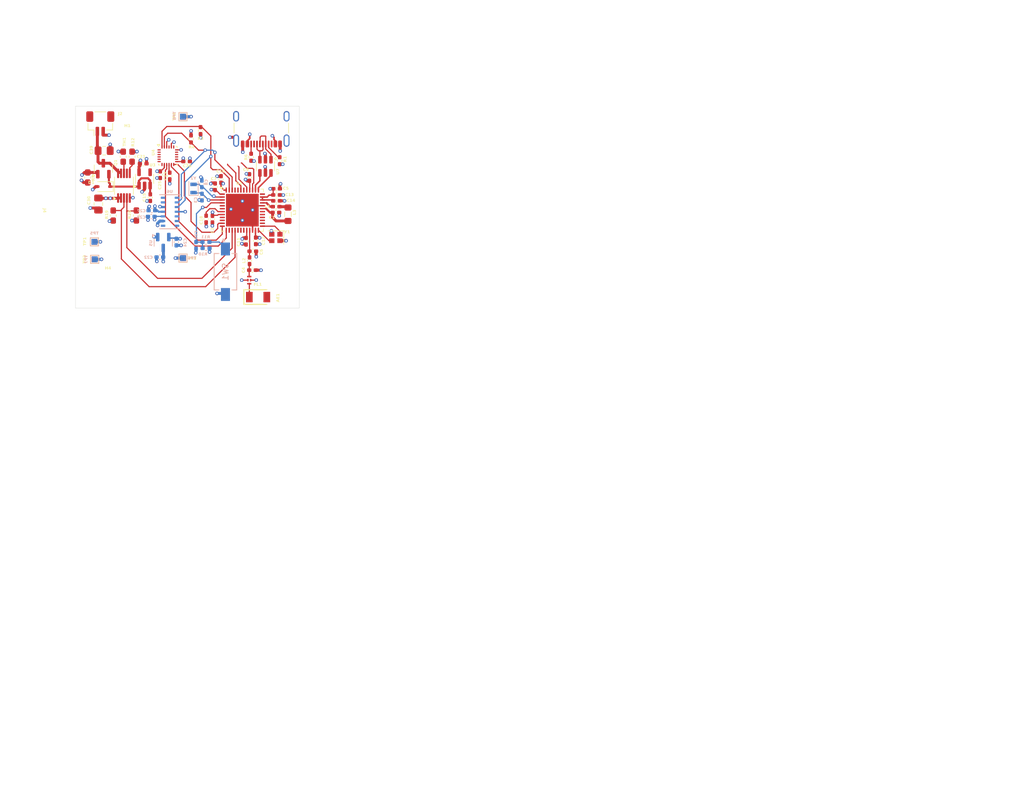
<source format=kicad_pcb>
(kicad_pcb (version 20241229) (generator "pcbnew") (generator_version "9.0")
  (layers (0 "F.Cu" signal) (4 "In1.Cu" signal) (6 "In2.Cu" signal) (8 "In3.Cu" signal) (10 "In4.Cu" signal) (2 "B.Cu" signal) (13 "F.Paste" user) (15 "B.Paste" user) (5 "F.SilkS" user "F.Silkscreen") (7 "B.SilkS" user "B.Silkscreen") (1 "F.Mask" user) (3 "B.Mask" user) (25 "Edge.Cuts" user))
  (net 0 "")
  (net 1 "Net-(AE1-A)")
  (net 2 "GND")
  (net 3 "Net-(U1-PH3)")
  (net 4 "+3.3V")
  (net 5 "Net-(FL1-IN)")
  (net 6 "Vsup")
  (net 7 "SWD_NRST")
  (net 8 "+1.8V")
  (net 9 "Net-(U4-REGOUT)")
  (net 10 "Net-(L1-Pad1)")
  (net 12 "SDA")
  (net 13 "SCL")
  (net 14 "SPI_1_MOSI")
  (net 15 "Net-(R11-Pad1)")
  (net 16 "SPI_1_NSS")
  (net 17 "JTCK-SWCLK")
  (net 18 "ADC_IN_7")
  (net 19 "ADC_IN_8")
  (net 20 "ADC_IN_6")
  (net 21 "PA10")
  (net 22 "PB2")
  (net 23 "PA15")
  (net 24 "JTMS-SWDIO")
  (net 25 "PB9")
  (net 26 "PB8")
  (net 27 "PA12")
  (net 28 "PA11")
  (net 29 "SPI1_MISO")
  (net 30 "Temper")
  (net 31 "PA9")
  (net 32 "PB0")
  (net 33 "PA8")
  (net 34 "PB1")
  (net 49 "Net-(U1-PC14)")
  (net 51 "Net-(U1-VLXSMPS)")
  (net 55 "Net-(U1-RF1)")
  (net 56 "Net-(U1-PC15)")
  (net 57 "Net-(U1-VFBSMPS)")
  (net 58 "Net-(U1-OSC_OUT)")
  (net 59 "Net-(U1-OSC_IN)")
  (net 67 "VBUS")
  (net 68 "Net-(J4-D+-PadA6)")
  (net 70 "Net-(J4-D--PadA7)")
  (net 71 "Net-(J4-CC2)")
  (net 72 "Net-(J4-CC1)")
  (net 74 "Net-(J2-Pin_1)")
  (net 75 "Net-(U9-THERM)")
  (net 76 "STAT3")
  (net 77 "Net-(U9-PROG)")
  (net 79 "SWD_TRACE")
  (footprint "Package_TO_SOT_SMD:SOT-23" (layer "F.Cu") (at 154.6175 97.58 90)
    (property "Reference" "Q1")
    (property "Value" "IRLML5203")
  )
  (footprint "Capacitor_SMD:C_0402_1005Metric_Pad0.74x0.62mm_HandSolder" (layer "F.Cu") (at 179.665 113.3625 90)
    (property "Reference" "L2")
    (property "Value" "2.7nH")
  )
  (footprint "TestPoint:TestPoint_Pad_1.0x1.0mm" (layer "F.Cu") (at 168.29 112.91)
    (property "Reference" "TP3")
    (property "Value" "TestPoint")
  )
  (footprint "Capacitor_SMD:C_0402_1005Metric_Pad0.74x0.62mm_HandSolder" (layer "F.Cu") (at 180.725 109.9575 -90)
    (property "Reference" "C12")
    (property "Value" "0.1uF")
  )
  (footprint "Capacitor_SMD:C_0402_1005Metric_Pad0.74x0.62mm_HandSolder" (layer "F.Cu") (at 184.225 104.09 180)
    (property "Reference" "L1")
    (property "Value" "10nH")
  )
  (footprint "Capacitor_SMD:C_0402_1005Metric_Pad0.74x0.62mm_HandSolder" (layer "F.Cu") (at 168.88 96.34)
    (property "Reference" "C26")
    (property "Value" "1uF" (hide yes))
  )
  (footprint "Diode_SMD:D_SOD-323" (layer "F.Cu") (at 154.70125 100.65375 180)
    (property "Reference" "D1")
    (property "Value" "D")
  )
  (footprint "Capacitor_SMD:C_0402_1005Metric_Pad0.74x0.62mm_HandSolder" (layer "F.Cu") (at 172.23 106.2125 -90)
    (property "Reference" "C18")
    (property "Value" "0.1uF")
  )
  (footprint "Resistor_SMD:R_0402_1005Metric_Pad0.72x0.64mm_HandSolder" (layer "F.Cu") (at 169.64 92.48 -90)
    (property "Reference" "R4")
    (property "Value" "4.7k" (hide yes))
  )
  (footprint "Capacitor_SMD:C_0402_1005Metric_Pad0.74x0.62mm_HandSolder" (layer "F.Cu") (at 173.77 100.6825 90)
    (property "Reference" "C7")
    (property "Value" "0.1uF" (hide yes))
  )
  (footprint "Resistor_SMD:R_0402_1005Metric_Pad0.72x0.64mm_HandSolder" (layer "F.Cu") (at 171.27 91.05 90)
    (property "Reference" "R3")
    (property "Value" "4.7k")
  )
  (footprint "Capacitor_SMD:C_0603_1608Metric_Pad1.08x0.95mm_HandSolder" (layer "F.Cu") (at 151.94 99.0925 -90)
    (property "Reference" "R9")
    (property "Value" "R")
  )
  (footprint "TestPoint:TestPoint_Pad_1.0x1.0mm" (layer "F.Cu") (at 168.27 88.68)
    (property "Reference" "TP4")
    (property "Value" "TestPoint")
  )
  (footprint "Capacitor_SMD:C_0402_1005Metric_Pad0.74x0.62mm_HandSolder" (layer "F.Cu") (at 173.31 106.2325 -90)
    (property "Reference" "C2")
    (property "Value" "0.1uF")
  )
  (footprint "TestPoint:TestPoint_Pad_1.0x1.0mm" (layer "F.Cu") (at 153.08 110.12)
    (property "Reference" "TP1")
    (property "Value" "TestPoint")
  )
  (footprint "Capacitor_SMD:C_0402_1005Metric_Pad0.74x0.62mm_HandSolder" (layer "F.Cu") (at 184.3025 101.02)
    (property "Reference" "C5")
    (property "Value" "0.1uF")
  )
  (footprint "ALL_FOOTRPINTS:ANTC3216X140N" (layer "F.Cu") (at 181.125 119.59)
    (property "Reference" "AE1")
    (property "Value" "Antenna" (hide yes))
  )
  (footprint "Capacitor_SMD:C_0603_1608Metric_Pad1.08x0.95mm_HandSolder" (layer "F.Cu") (at 156.305 105.615 90)
    (property "Reference" "R19")
    (property "Value" "4,7k")
  )
  (footprint "Capacitor_SMD:C_0402_1005Metric_Pad0.74x0.62mm_HandSolder" (layer "F.Cu") (at 161.4475 96.7175)
    (property "Reference" "C21")
    (property "Value" "1uF")
  )
  (footprint "Capacitor_SMD:C_0402_1005Metric_Pad0.74x0.62mm_HandSolder" (layer "F.Cu") (at 184.295 103.09)
    (property "Reference" "C14")
    (property "Value" "0.1uF")
  )
  (footprint "Connector_JST:JST_SH_BM02B-SRSS-TB_1x02-1MP_P1.00mm_Vertical" (layer "F.Cu") (at 154.09 89.845)
    (property "Reference" "J2")
    (property "Value" "Conn_01x02_Pin")
  )
  (footprint "Package_DFN_QFN:QFN-48-1EP_7x7mm_P0.5mm_EP5.6x5.6mm" (layer "F.Cu") (at 178.435 104.69)
    (property "Reference" "U1")
    (property "Value" "STM32WB55CCU6")
  )
  (footprint "Capacitor_SMD:C_0402_1005Metric_Pad0.74x0.62mm_HandSolder" (layer "F.Cu") (at 165.99 98.83125 -90)
    (property "Reference" "C23")
    (property "Value" "0.1uF")
  )
  (footprint "Capacitor_SMD:C_0402_1005Metric_Pad0.74x0.62mm_HandSolder" (layer "F.Cu") (at 174.78 99.42 90)
    (property "Reference" "C10")
    (property "Value" "0.1uF")
  )
  (footprint "Capacitor_SMD:C_0402_1005Metric_Pad0.74x0.62mm_HandSolder" (layer "F.Cu") (at 179.065 110.02 -90)
    (property "Reference" "C11")
    (property "Value" "0.1uF" (hide yes))
  )
  (footprint "Sensor_Motion:InvenSense_QFN-24_3x3mm_P0.4mm" (layer "F.Cu") (at 165.67 95.36)
    (property "Reference" "U4")
    (property "Value" "ICM-20948")
  )
  (footprint "ALL_FOOTRPINTS:DLF-4_1P6X0P8" (layer "F.Cu") (at 179.615 116.6896 -90)
    (property "Reference" "FL1")
    (property "Value" "DLF162500LT-5028A1")
  )
  (footprint "Capacitor_SMD:C_0805_2012Metric_Pad1.18x1.45mm_HandSolder" (layer "F.Cu") (at 153.77 103.6425 -90)
    (property "Reference" "C30")
    (property "Value" "4.7uF")
  )
  (footprint "MountingHole:MountingHole_2.2mm_M2" (layer "F.Cu") (at 155.44 117.8)
    (property "Reference" "H4")
    (property "Value" "MountingHole")
  )
  (footprint "Capacitor_SMD:C_0603_1608Metric_Pad1.08x0.95mm_HandSolder" (layer "F.Cu") (at 159.54 95.5225 90)
    (property "Reference" "R12")
    (property "Value" "R")
  )
  (footprint "Crystal:Crystal_SMD_2016-4Pin_2.0x1.6mm" (layer "F.Cu") (at 184.18 109.38 180)
    (property "Reference" "Y1")
    (property "Value" "32Mhz")
  )
  (footprint "Capacitor_SMD:C_0402_1005Metric_Pad0.74x0.62mm_HandSolder" (layer "F.Cu") (at 184.185 105.09 180)
    (property "Reference" "C1")
    (property "Value" "4.7uF")
  )
  (footprint "Capacitor_SMD:C_0603_1608Metric_Pad1.08x0.95mm_HandSolder" (layer "F.Cu") (at 160.275 105.605 90)
    (property "Reference" "R20")
    (property "Value" "4,7k")
  )
  (footprint "Capacitor_SMD:C_0402_1005Metric_Pad0.74x0.62mm_HandSolder" (layer "F.Cu") (at 179.639998 99.0925 90)
    (property "Reference" "C9")
    (property "Value" "0.1uF")
  )
  (footprint "Capacitor_SMD:C_0603_1608Metric_Pad1.08x0.95mm_HandSolder" (layer "F.Cu") (at 158.02 95.525 90)
    (property "Reference" "TH1")
    (property "Value" "Thermistor")
  )
  (footprint "Package_SO:MSOP-10_3x3mm_P0.5mm" (layer "F.Cu") (at 158.145 100.495 90)
    (property "Reference" "U9" (hide yes))
    (property "Value" "MCP73833-xxx-UN")
  )
  (footprint "Package_TO_SOT_SMD:SOT-23-6" (layer "F.Cu") (at 182.39 97.1675 -90)
    (property "Reference" "U7")
    (property "Value" "USBLC6-2SC6")
  )
  (footprint "Capacitor_SMD:C_0402_1005Metric_Pad0.74x0.62mm_HandSolder" (layer "F.Cu") (at 164.37 98.6075 90)
    (property "Reference" "C25")
    (property "Value" "1uF")
  )
  (footprint "Inductor_SMD:L_0805_2012Metric_Pad1.05x1.20mm_HandSolder" (layer "F.Cu") (at 186.255 105.39 90)
    (property "Reference" "L3")
    (property "Value" "10uH")
  )
  (footprint "Package_TO_SOT_SMD:SOT-23-5" (layer "F.Cu") (at 161.685 99.3275 90)
    (property "Reference" "U3")
    (property "Value" "MCP1802T-3302I/OT" (hide yes))
  )
  (footprint "Capacitor_SMD:C_0805_2012Metric_Pad1.18x1.45mm_HandSolder" (layer "F.Cu") (at 154.75 94.5)
    (property "Reference" "C39")
    (property "Value" "4.7uF")
  )
  (footprint "MountingHole:MountingHole_2.2mm_M2" (layer "F.Cu") (at 162.44 90.17)
    (property "Reference" "H1")
    (property "Value" "MountingHole")
  )
  (footprint "Resistor_SMD:R_0402_1005Metric_Pad0.72x0.64mm_HandSolder" (layer "F.Cu") (at 179.939999 95.616251 -90)
    (property "Reference" "R6")
    (property "Value" "5.1k")
  )
  (footprint "Capacitor_SMD:C_0402_1005Metric_Pad0.74x0.62mm_HandSolder" (layer "F.Cu") (at 180.225 111.74 180)
    (property "Reference" "C6")
    (property "Value" "0.3pF" (hide yes))
  )
  (footprint "Resistor_SMD:R_0402_1005Metric_Pad0.72x0.64mm_HandSolder" (layer "F.Cu") (at 184.827501 96.210001 -90)
    (property "Reference" "R1")
    (property "Value" "5.1K")
  )
  (footprint "Capacitor_SMD:C_0402_1005Metric_Pad0.74x0.62mm_HandSolder" (layer "F.Cu") (at 162.66 102.540625 -90)
    (property "Reference" "C15")
    (property "Value" "1uF")
  )
  (footprint "Capacitor_SMD:C_0402_1005Metric_Pad0.74x0.62mm_HandSolder" (layer "F.Cu") (at 180.175 114.98 180)
    (property "Reference" "C4")
    (property "Value" "0.8pF")
  )
  (footprint "TestPoint:TestPoint_Pad_1.0x1.0mm" (layer "F.Cu") (at 153.12 113.12)
    (property "Reference" "TP2")
    (property "Value" "TestPoint")
  )
  (footprint "Capacitor_SMD:C_0402_1005Metric_Pad0.74x0.62mm_HandSolder" (layer "F.Cu") (at 184.2925 102.08)
    (property "Reference" "C13")
    (property "Value" "4.7uF")
  )
  (footprint "Connector_USB:USB_C_Receptacle_GCT_USB4105-xx-A_16P_TopMnt_Horizontal" (layer "F.Cu") (at 181.69 89.665 180)
    (property "Reference" "J4")
    (property "Value" "USB_C_Receptacle_USB2.0_16P")
  )
  (footprint "TestPoint:TestPoint_Pad_1.0x1.0mm" (layer "B.Cu") (at 168.27 112.91 180)
    (property "Reference" "TP6")
    (property "Value" "TestPoint")
  )
  (footprint "ALL_FOOTRPINTS:21-1048_F143A5&plus_1_MXM" (layer "B.Cu") (at 166.0362 104.96 180)
    (property "Reference" "U6")
    (property "Value" "MAX30102EFD+T" (hide yes))
  )
  (footprint "Capacitor_SMD:C_0402_1005Metric_Pad0.74x0.62mm_HandSolder" (layer "B.Cu") (at 162.8275 105.78375)
    (property "Reference" "C28")
    (property "Value" "1uF")
  )
  (footprint "Capacitor_SMD:C_0402_1005Metric_Pad0.74x0.62mm_HandSolder" (layer "B.Cu") (at 164.3 112.745 180)
    (property "Reference" "C22")
    (property "Value" "1uF" (hide yes))
  )
  (footprint "Capacitor_SMD:C_0402_1005Metric_Pad0.74x0.62mm_HandSolder" (layer "B.Cu") (at 167.116875 110.16375 -90)
    (property "Reference" "C24")
    (property "Value" "1uF")
  )
  (footprint "TestPoint:TestPoint_Pad_1.0x1.0mm" (layer "B.Cu") (at 168.25 88.66 90)
    (property "Reference" "TP8")
    (property "Value" "TestPoint")
  )
  (footprint "Capacitor_SMD:C_0402_1005Metric_Pad0.74x0.62mm_HandSolder" (layer "B.Cu") (at 162.93 104.75)
    (property "Reference" "C27")
    (property "Value" "1uF")
  )
  (footprint "Resistor_SMD:R_0402_1005Metric_Pad0.72x0.64mm_HandSolder" (layer "B.Cu") (at 172.22 111.2225 180)
    (property "Reference" "R10")
    (property "Value" "5.1k")
  )
  (footprint "Resistor_SMD:R_0402_1005Metric_Pad0.72x0.64mm_HandSolder" (layer "B.Cu") (at 172.1975 110.161802 180)
    (property "Reference" "R11")
    (property "Value" "200")
  )
  (footprint "ALL_FOOTRPINTS:RS-282G05A3-SM RT_CNK" (layer "B.Cu") (at 175.54 115.25 -90)
    (property "Reference" "SW1")
    (property "Value" "RS-282G05A3-SM RT")
  )
  (footprint "Capacitor_SMD:C_0402_1005Metric_Pad0.74x0.62mm_HandSolder" (layer "B.Cu") (at 170.5 110.723401 -90)
    (property "Reference" "C20")
    (property "Value" "0.1uF")
  )
  (footprint "Capacitor_SMD:C_0402_1005Metric_Pad0.74x0.62mm_HandSolder" (layer "B.Cu") (at 171.49 100.18 -90)
    (property "Reference" "C8")
    (property "Value" "0.8pF")
  )
  (footprint "TestPoint:TestPoint_Pad_1.0x1.0mm" (layer "B.Cu") (at 153.14 113.12 -90)
    (property "Reference" "TP7")
    (property "Value" "TestPoint")
  )
  (footprint "Capacitor_SMD:C_0402_1005Metric_Pad0.74x0.62mm_HandSolder" (layer "B.Cu") (at 171.515937 102.4525 90)
    (property "Reference" "C3")
    (property "Value" "0.3pF")
  )
  (footprint "Package_TO_SOT_SMD:SOT-23" (layer "B.Cu") (at 164.88 110.24 -90)
    (property "Reference" "U5")
    (property "Value" "MCP1700x-180xxTT" (hide yes))
  )
  (footprint "Crystal:Crystal_SMD_2012-2Pin_2.0x1.2mm" (layer "B.Cu") (at 170.07 100.97 90)
    (property "Reference" "Y2")
    (property "Value" "32kHz768" (hide yes))
  )
  (footprint "TestPoint:TestPoint_Pad_1.0x1.0mm" (layer "B.Cu") (at 153.08 110.12 180)
    (property "Reference" "TP5")
    (property "Value" "TestPoint")
  )
  (gr_rect (start 149.845 86.86) (end 188.175 121.5) (stroke (width 0.05)) (fill no) (layer "Edge.Cuts"))
  (segment (start 179.635 117.2992) (end 179.635 119.58) (width 0.2) (layer "F.Cu") (net 1))
  (segment (start 179.635 119.58) (end 179.625 119.59) (width 0.2) (layer "F.Cu") (net 1))
  (segment (start 161.685 101.114998) (end 161.249998 101.55) (width 0.5) (layer "F.Cu") (net 2))
  (segment (start 154.08625 104.50625) (end 154.10625 104.52625) (width 0.2) (layer "F.Cu") (net 2))
  (segment (start 173.2975 107.373258) (end 173.297501 107.373259) (width 0.5) (layer "F.Cu") (net 2))
  (segment (start 161.685 100.465) (end 161.685 101.114998) (width 0.5) (layer "F.Cu") (net 2))
  (segment (start 173.82 100.1925) (end 173.64843 100.02093) (width 0.5) (layer "F.Cu") (net 2))
  (segment (start 180.825 112.6775) (end 180.805 112.6575) (width 0.5) (layer "F.Cu") (net 2))
  (segment (start 178.444211 110.51) (end 178.9 110.51) (width 0.5) (layer "F.Cu") (net 2))
  (segment (start 178.9 110.51) (end 178.955 110.565) (width 0.2) (layer "F.Cu") (net 2))
  (segment (start 184.995 100.28) (end 184.995 100.195) (width 0.2) (layer "F.Cu") (net 2))
  (segment (start 180.8225 114.98) (end 180.8025 115) (width 0.5) (layer "F.Cu") (net 2))
  (segment (start 178.405 110.470789) (end 178.351706 110.417495) (width 0.5) (layer "F.Cu") (net 2))
  (segment (start 184.87 101.02) (end 184.87 100.29) (width 0.5) (layer "F.Cu") (net 2))
  (segment (start 178.351706 110.417495) (end 178.444211 110.51) (width 0.5) (layer "F.Cu") (net 2))
  (segment (start 151.245002 99.955) (end 150.87 99.579998) (width 0.5) (layer "F.Cu") (net 2))
  (segment (start 180.01 96.28375) (end 179.940001 96.213751) (width 0.5) (layer "F.Cu") (net 2))
  (segment (start 179.3864 116.6896) (end 178.3254 116.6896) (width 0.2) (layer "F.Cu") (net 2))
  (segment (start 169.4475 96.34) (end 169.4475 95.7975) (width 0.5) (layer "F.Cu") (net 2))
  (segment (start 158.02 94.6625) (end 157.227502 94.6625) (width 0.5) (layer "F.Cu") (net 2))
  (segment (start 180.42625 96.28375) (end 180.01 96.28375) (width 0.5) (layer "F.Cu") (net 2))
  (segment (start 166.27 93.86) (end 166.27 93.3) (width 0.2) (layer "F.Cu") (net 2))
  (segment (start 185.92 109.93) (end 184.88 109.93) (width 0.5) (layer "F.Cu") (net 2))
  (segment (start 162.66 103.108125) (end 162.101875 103.108125) (width 0.5) (layer "F.Cu") (net 2))
  (segment (start 184.87 100.29) (end 184.98 100.18) (width 0.5) (layer "F.Cu") (net 2))
  (segment (start 180.185 108.1275) (end 180.185 106.44) (width 0.25) (layer "F.Cu") (net 2))
  (segment (start 177.3175 92.1925) (end 176.3 92.1925) (width 0.5) (layer "F.Cu") (net 2))
  (segment (start 166.54 93.03) (end 166.72 93.03) (width 0.2) (layer "F.Cu") (net 2))
  (segment (start 159.2025 102.55) (end 159.145 102.6075) (width 0.2) (layer "F.Cu") (net 2))
  (segment (start 180.175 106.43) (end 178.445 106.43) (width 0.2) (layer "F.Cu") (net 2))
  (segment (start 153.12 113.12) (end 154.3 113.12) (width 0.5) (layer "F.Cu") (net 2))
  (segment (start 181.635 114.9875) (end 181.6275 114.98) (width 0.5) (layer "F.Cu") (net 2))
  (segment (start 180.43 96.28) (end 180.42625 96.28375) (width 0.5) (layer "F.Cu") (net 2))
  (segment (start 180.805 112.6575) (end 180.805 111.945) (width 0.5) (layer "F.Cu") (net 2))
  (segment (start 184.92 93.69) (end 184.92 94.55) (width 0.5) (layer "F.Cu") (net 2))
  (segment (start 180.845 110.525) (end 181.415 110.525) (width 0.5) (layer "F.Cu") (net 2))
  (segment (start 172.23 106.78) (end 172.23 107.47) (width 0.5) (layer "F.Cu") (net 2))
  (segment (start 164.37 99.175) (end 163.814998 99.175) (width 0.5) (layer "F.Cu") (net 2))
  (segment (start 184.89 93.345) (end 184.89 93.66) (width 0.2) (layer "F.Cu") (net 2))
  (segment (start 179.8436 116.6896) (end 180.8054 116.6896) (width 0.2) (layer "F.Cu") (net 2))
  (segment (start 181.8725 103.94) (end 180.195 103.94) (width 0.2) (layer "F.Cu") (net 2))
  (segment (start 172.23 107.47) (end 172.27 107.51) (width 0.5) (layer "F.Cu") (net 2))
  (segment (start 162.101875 103.108125) (end 162.09 103.12) (width 0.5) (layer "F.Cu") (net 2))
  (segment (start 180.185 106.44) (end 180.175 106.43) (width 0.2) (layer "F.Cu") (net 2))
  (segment (start 166.27 93.3) (end 166.54 93.03) (width 0.2) (layer "F.Cu") (net 2))
  (segment (start 159.68 102.55) (end 159.2025 102.55) (width 0.25) (layer "F.Cu") (net 2))
  (segment (start 167.17 94.36) (end 167.94 94.36) (width 0.2) (layer "F.Cu") (net 2))
  (segment (start 165.99 100.16125) (end 165.99 100.17125) (width 0.5) (layer "F.Cu") (net 2))
  (segment (start 185.655 103.09) (end 185.664999 103.099999) (width 0.5) (layer "F.Cu") (net 2))
  (segment (start 165.99 99.39875) (end 165.99 100.16125) (width 0.5) (layer "F.Cu") (net 2))
  (segment (start 184.84 96.82) (end 185.352502 96.82) (width 0.5) (layer "F.Cu") (net 2))
  (segment (start 163.814998 99.175) (end 163.81 99.179998) (width 0.5) (layer "F.Cu") (net 2))
  (segment (start 184.995 100.195) (end 184.98 100.18) (width 0.2) (layer "F.Cu") (net 2))
  (segment (start 160.37 94.635) (end 160.3225 94.6825) (width 0.5) (layer "F.Cu") (net 2))
  (segment (start 178.49 94.73) (end 178.51 94.75) (width 0.2) (layer "F.Cu") (net 2))
  (segment (start 174.43 98.9) (end 174.12 98.9) (width 0.5) (layer "F.Cu") (net 2))
  (segment (start 179.694998 98.47) (end 179.131773 98.47) (width 0.5) (layer "F.Cu") (net 2))
  (segment (start 179.564273 98.51) (end 179.481773 98.5925) (width 0.2) (layer "F.Cu") (net 2))
  (segment (start 184.89 93.66) (end 184.92 93.69) (width 0.5) (layer "F.Cu") (net 2))
  (segment (start 180.195 103.94) (end 180.195 104.66) (width 0.2) (layer "F.Cu") (net 2))
  (segment (start 167.94 94.36) (end 168.04 94.36) (width 0.2) (layer "F.Cu") (net 2))
  (segment (start 173.2975 106.8125) (end 173.31 106.8) (width 0.2) (layer "F.Cu") (net 2))
  (segment (start 157.190001 94.624999) (end 157.19 94.625) (width 0.5) (layer "F.Cu") (net 2))
  (segment (start 165.99 100.17125) (end 165.97 100.19125) (width 0.2) (layer "F.Cu") (net 2))
  (segment (start 184.827501 96.807501) (end 184.84 96.82) (width 0.5) (layer "F.Cu") (net 2))
  (segment (start 161.25 101.55) (end 161.249998 101.55) (width 0.2) (layer "F.Cu") (net 2))
  (segment (start 150.87 99.58) (end 150.87 99.579998) (width 0.2) (layer "F.Cu") (net 2))
  (segment (start 184.8525 102.1) (end 185.445 102.1) (width 0.5) (layer "F.Cu") (net 2))
  (segment (start 183.48 108.31) (end 183.41 108.24) (width 0.5) (layer "F.Cu") (net 2))
  (segment (start 182.38962 94.97962) (end 182.29038 94.97962) (width 0.2) (layer "F.Cu") (net 2))
  (segment (start 184.7525 105.09) (end 184.7525 105.6525) (width 0.5) (layer "F.Cu") (net 2))
  (segment (start 181.6275 114.98) (end 180.8225 114.98) (width 0.5) (layer "F.Cu") (net 2))
  (segment (start 180.805 111.945) (end 180.8 111.94) (width 0.2) (layer "F.Cu") (net 2))
  (segment (start 178.405 110.51) (end 178.405 110.470789) (width 0.5) (layer "F.Cu") (net 2))
  (segment (start 155.7875 94.5) (end 155.7875 93.4175) (width 0.5) (layer "F.Cu") (net 2))
  (segment (start 160.3225 94.6825) (end 159.54 94.6825) (width 0.5) (layer "F.Cu") (net 2))
  (segment (start 178.49 93.345) (end 178.49 94.73) (width 0.5) (layer "F.Cu") (net 2))
  (segment (start 174.12 98.9) (end 174.1 98.88) (width 0.5) (layer "F.Cu") (net 2))
  (segment (start 157.227502 94.6625) (end 157.190001 94.624999) (width 0.5) (layer "F.Cu") (net 2))
  (segment (start 183.48 108.83) (end 183.48 108.31) (width 0.5) (layer "F.Cu") (net 2))
  (segment (start 154.56 91.83) (end 155.59 91.83) (width 0.5) (layer "F.Cu") (net 2))
  (segment (start 163.81 99.18) (end 163.81 99.179998) (width 0.2) (layer "F.Cu") (net 2))
  (segment (start 180.8054 116.6896) (end 180.815 116.68) (width 0.2) (layer "F.Cu") (net 2))
  (segment (start 162.015 96.7175) (end 162.014999 95.886698) (width 0.5) (layer "F.Cu") (net 2))
  (segment (start 153.905 104.325) (end 152.375 104.325) (width 0.5) (layer "F.Cu") (net 2))
  (segment (start 182.39 94.98) (end 182.38962 94.97962) (width 0.2) (layer "F.Cu") (net 2))
  (segment (start 151.94 99.955) (end 151.245002 99.955) (width 0.5) (layer "F.Cu") (net 2))
  (segment (start 182.39 96.03) (end 182.39 94.98) (width 0.5) (layer "F.Cu") (net 2))
  (segment (start 184.8625 103.09) (end 185.655 103.09) (width 0.5) (layer "F.Cu") (net 2))
  (segment (start 173.2975 106.8125) (end 173.2975 107.373258) (width 0.5) (layer "F.Cu") (net 2))
  (segment (start 173.64843 100.02093) (end 173.14907 100.02093) (width 0.5) (layer "F.Cu") (net 2))
  (segment (start 173.14907 100.02093) (end 173.02 100.15) (width 0.5) (layer "F.Cu") (net 2))
  (segment (start 154.10625 104.52625) (end 153.905 104.325) (width 0.5) (layer "F.Cu") (net 2))
  (via (at 162.2675 106.38375) (size 0.6) (drill 0.3) (layers "F.Cu" "B.Cu") (net 2))
  (via (at 164.32125 104.076947) (size 0.6) (drill 0.3) (layers "F.Cu" "B.Cu") (net 2))
  (via (at 182.29038 94.97962) (size 0.6) (drill 0.3) (layers "F.Cu" "B.Cu") (net 2))
  (via (at 163.81 99.18) (size 0.6) (drill 0.3) (layers "F.Cu" "B.Cu") (net 2))
  (via (at 172.8175 111.8625) (size 0.6) (drill 0.3) (layers "F.Cu" "B.Cu") (net 2))
  (via (at 155.59 91.83) (size 0.6) (drill 0.3) (layers "F.Cu" "B.Cu") (net 2))
  (via (at 165.99 100.16125) (size 0.6) (drill 0.3) (layers "F.Cu" "B.Cu") (net 2))
  (via (at 183.41 108.24) (size 0.6) (drill 0.3) (layers "F.Cu" "B.Cu") (net 2))
  (via (at 184.7525 105.6525) (size 0.6) (drill 0.3) (layers "F.Cu" "B.Cu") (net 2))
  (via (at 178.445 103.14) (size 0.6) (drill 0.3) (layers "F.Cu" "B.Cu") (net 2))
  (via (at 181.635 114.9875) (size 0.6) (drill 0.3) (layers "F.Cu" "B.Cu") (net 2))
  (via (at 180.43 96.28) (size 0.6) (drill 0.3) (layers "F.Cu" "B.Cu") (net 2))
  (via (at 150.87 99.58) (size 0.6) (drill 0.3) (layers "F.Cu" "B.Cu") (net 2))
  (via (at 171.33 99.04) (size 0.6) (drill 0.3) (layers "F.Cu" "B.Cu") (net 2))
  (via (at 162.49 104.06) (size 0.6) (drill 0.3) (layers "F.Cu" "B.Cu") (net 2))
  (via (at 178.351706 110.417495) (size 0.6) (drill 0.3) (layers "F.Cu" "B.Cu") (net 2))
  (via (at 180.815 116.68) (size 0.6) (drill 0.3) (layers "F.Cu" "B.Cu") (net 2))
  (via (at 170.44 112) (size 0.6) (drill 0.3) (layers "F.Cu" "B.Cu") (net 2))
  (via (at 185.444998 102.1) (size 0.6) (drill 0.3) (layers "F.Cu" "B.Cu") (net 2))
  (via (at 179.131773 98.47) (size 0.6) (drill 0.3) (layers "F.Cu" "B.Cu") (net 2))
  (via (at 161.25 101.55) (size 0.6) (drill 0.3) (layers "F.Cu" "B.Cu") (net 2))
  (via (at 154.3 113.12) (size 0.6) (drill 0.3) (layers "F.Cu" "B.Cu") (net 2))
  (via (at 160.37 94.635) (size 0.6) (drill 0.3) (layers "F.Cu" "B.Cu") (net 2))
  (via (at 163.29 109.24) (size 0.6) (drill 0.3) (layers "F.Cu" "B.Cu") (net 2))
  (via (at 169.4475 95.7975) (size 0.6) (drill 0.3) (layers "F.Cu" "B.Cu") (net 2))
  (via (at 174.1 98.88) (size 0.6) (drill 0.3) (layers "F.Cu" "B.Cu") (net 2))
  (via (at 185.352502 96.82) (size 0.6) (drill 0.3) (layers "F.Cu" "B.Cu") (net 2))
  (via (at 176.299998 92.1925) (size 0.6) (drill 0.3) (layers "F.Cu" "B.Cu") (net 2))
  (via (at 167.936875 110.725) (size 0.6) (drill 0.3) (layers "F.Cu" "B.Cu") (net 2))
  (via (at 163.91 107.3) (size 0.6) (drill 0.3) (layers "F.Cu" "B.Cu") (net 2))
  (via (at 185.664999 103.099999) (size 0.6) (drill 0.3) (layers "F.Cu" "B.Cu") (net 2))
  (via (at 180.195 104.66) (size 0.6) (drill 0.3) (layers "F.Cu" "B.Cu") (net 2))
  (via (at 162.014999 95.886698) (size 0.6) (drill 0.3) (layers "F.Cu" "B.Cu") (net 2))
  (via (at 180.825 112.6775) (size 0.6) (drill 0.3) (layers "F.Cu" "B.Cu") (net 2))
  (via (at 162.09 103.12) (size 0.6) (drill 0.3) (layers "F.Cu" "B.Cu") (net 2))
  (via (at 178.3254 116.6896) (size 0.6) (drill 0.3) (layers "F.Cu" "B.Cu") (net 2))
  (via (at 167.94 94.36) (size 0.6) (drill 0.3) (layers "F.Cu" "B.Cu") (net 2))
  (via (at 184.92 94.55) (size 0.6) (drill 0.3) (layers "F.Cu" "B.Cu") (net 2))
  (via (at 155.7875 93.4175) (size 0.6) (drill 0.3) (layers "F.Cu" "B.Cu") (net 2))
  (via (at 185.93 109.94) (size 0.6) (drill 0.3) (layers "F.Cu" "B.Cu") (net 2))
  (via (at 157.190001 94.624999) (size 0.6) (drill 0.3) (layers "F.Cu" "B.Cu") (net 2))
  (via (at 178.51 94.75) (size 0.6) (drill 0.3) (layers "F.Cu" "B.Cu") (net 2))
  (via (at 171.044062 102.94) (size 0.6) (drill 0.3) (layers "F.Cu" "B.Cu") (net 2))
  (via (at 173.297501 107.373259) (size 0.6) (drill 0.3) (layers "F.Cu" "B.Cu") (net 2))
  (via (at 176.485 104.52) (size 0.6) (drill 0.3) (layers "F.Cu" "B.Cu") (net 2))
  (via (at 178.445 106.43) (size 0.6) (drill 0.3) (layers "F.Cu" "B.Cu") (net 2))
  (via (at 166.72 93.03) (size 0.6) (drill 0.3) (layers "F.Cu" "B.Cu") (net 2))
  (via (at 163.78 113.465) (size 0.6) (drill 0.3) (layers "F.Cu" "B.Cu") (net 2))
  (via (at 184.98 100.18) (size 0.6) (drill 0.3) (layers "F.Cu" "B.Cu") (net 2))
  (via (at 159.68 102.55) (size 0.6) (drill 0.3) (layers "F.Cu" "B.Cu") (net 2))
  (via (at 168.65 104.96) (size 0.6) (drill 0.3) (layers "F.Cu" "B.Cu") (net 2))
  (via (at 172.27 107.51) (size 0.6) (drill 0.3) (layers "F.Cu" "B.Cu") (net 2))
  (via (at 181.415 110.525) (size 0.6) (drill 0.3) (layers "F.Cu" "B.Cu") (net 2))
  (via (at 152.375 104.325) (size 0.6) (drill 0.3) (layers "F.Cu" "B.Cu") (net 2))
  (via (at 173.02 100.15) (size 0.6) (drill 0.3) (layers "F.Cu" "B.Cu") (net 2))
  (segment (start 167.123125 110.725) (end 167.936875 110.725) (width 0.5) (layer "B.Cu") (net 2))
  (segment (start 163.93 109.3025) (end 163.3525 109.3025) (width 0.5) (layer "B.Cu") (net 2))
  (segment (start 163.3525 109.3025) (end 163.29 109.24) (width 0.5) (layer "B.Cu") (net 2))
  (segment (start 172.875 111.92) (end 172.8175 111.8625) (width 0.2) (layer "B.Cu") (net 2))
  (segment (start 162.49 104.06) (end 162.490001 104.059999) (width 0.2) (layer "B.Cu") (net 2))
  (segment (start 162.26 105.78375) (end 162.26 106.37625) (width 0.5) (layer "B.Cu") (net 2))
  (segment (start 167.116875 110.73125) (end 167.123125 110.725) (width 0.5) (layer "B.Cu") (net 2))
  (segment (start 162.26 105.78375) (end 162.189999 105.713749) (width 0.2) (layer "B.Cu") (net 2))
  (segment (start 164.8324 104.160002) (end 164.842398 104.160002) (width 0.25) (layer "B.Cu") (net 2))
  (segment (start 171.33 99.09) (end 171.33 99.04) (width 0.5) (layer "B.Cu") (net 2))
  (segment (start 171.49 99.2) (end 171.33 99.04) (width 0.5) (layer "B.Cu") (net 2))
  (segment (start 162.189999 105.713749) (end 162.189999 105.649999) (width 0.2) (layer "B.Cu") (net 2))
  (segment (start 163.78 113.465) (end 163.72 113.405) (width 0.5) (layer "B.Cu") (net 2))
  (segment (start 163.91 106.95) (end 163.91 107.3) (width 0.5) (layer "B.Cu") (net 2))
  (segment (start 171.07 103.01) (end 170.99 102.93) (width 0.5) (layer "B.Cu") (net 2))
  (segment (start 172.8175 111.2225) (end 172.8175 111.8625) (width 0.5) (layer "B.Cu") (net 2))
  (segment (start 164.832401 104.169999) (end 164.414302 104.169999) (width 0.32) (layer "B.Cu") (net 2))
  (segment (start 164.300001 106.559999) (end 163.91 106.95) (width 0.5) (layer "B.Cu") (net 2))
  (segment (start 167.23 104.96) (end 168.65 104.96) (width 0.25) (layer "B.Cu") (net 2))
  (segment (start 170.5 111.290901) (end 170.5 111.94) (width 0.5) (layer "B.Cu") (net 2))
  (segment (start 162.3625 104.1875) (end 162.490001 104.059999) (width 0.5) (layer "B.Cu") (net 2))
  (segment (start 163.72 112.7575) (end 163.7325 112.745) (width 0.5) (layer "B.Cu") (net 2))
  (segment (start 171.49 99.6125) (end 171.49 99.2) (width 0.5) (layer "B.Cu") (net 2))
  (segment (start 162.3625 104.75) (end 162.3625 104.1875) (width 0.5) (layer "B.Cu") (net 2))
  (segment (start 170.5 111.94) (end 170.44 112) (width 0.5) (layer "B.Cu") (net 2))
  (segment (start 163.91 106.815712) (end 163.91 107.3) (width 0.25) (layer "B.Cu") (net 2))
  (segment (start 164.8424 106.559999) (end 164.300001 106.559999) (width 0.5) (layer "B.Cu") (net 2))
  (segment (start 154.3 113.12) (end 153.14 113.12) (width 0.5) (layer "B.Cu") (net 2))
  (segment (start 162.26 106.37625) (end 162.2675 106.38375) (width 0.2) (layer "B.Cu") (net 2))
  (segment (start 163.72 113.405) (end 163.72 112.7575) (width 0.5) (layer "B.Cu") (net 2))
  (segment (start 164.414302 104.169999) (end 164.32125 104.076947) (width 0.32) (layer "B.Cu") (net 2))
  (segment (start 164.087856 106.637856) (end 163.91 106.815712) (width 0.25) (layer "B.Cu") (net 2))
  (segment (start 172.288878 104.22) (end 171.64 104.22) (width 0.2) (layer "F.Cu") (net 3))
  (segment (start 174.9975 103.44) (end 173.068878 103.44) (width 0.2) (layer "F.Cu") (net 3))
  (segment (start 173.068878 103.44) (end 172.288878 104.22) (width 0.2) (layer "F.Cu") (net 3))
  (via (at 171.64 104.22) (size 0.6) (drill 0.3) (layers "F.Cu" "B.Cu") (net 3))
  (segment (start 171.595901 110.165901) (end 170.5475 110.165901) (width 0.2) (layer "B.Cu") (net 3))
  (segment (start 171.6 111.2) (end 171.6225 111.2225) (width 0.2) (layer "B.Cu") (net 3))
  (segment (start 170.57 105.29) (end 171.19 104.67) (width 0.2) (layer "B.Cu") (net 3))
  (segment (start 170.57 110.155901) (end 170.57 105.29) (width 0.2) (layer "B.Cu") (net 3))
  (segment (start 171.19 104.67) (end 171.64 104.22) (width 0.2) (layer "B.Cu") (net 3))
  (segment (start 171.6 110.161802) (end 171.6 111.2) (width 0.2) (layer "B.Cu") (net 3))
  (segment (start 171.6 110.161802) (end 171.595901 110.165901) (width 0.2) (layer "B.Cu") (net 3))
  (segment (start 174.19 105.57) (end 173.405 105.57) (width 0.2) (layer "F.Cu") (net 4))
  (segment (start 183.715 101.04) (end 183.735 101.02) (width 0.2) (layer "F.Cu") (net 4))
  (segment (start 181.32576 109.37) (end 181.395379 109.439619) (width 0.5) (layer "F.Cu") (net 4))
  (segment (start 160.89 97.075) (end 160.73 97.235) (width 0.5) (layer "F.Cu") (net 4))
  (segment (start 175.149041 100.052544) (end 175.149041 100.143966) (width 0.5) (layer "F.Cu") (net 4))
  (segment (start 178.415 109.62) (end 178.415002 109.62) (width 0.2) (layer "F.Cu") (net 4))
  (segment (start 156.305 106.4775) (end 155.7625 106.4775) (width 0.5) (layer "F.Cu") (net 4))
  (segment (start 160.88 96.252288) (end 160.98 96.152288) (width 0.5) (layer "F.Cu") (net 4))
  (segment (start 182.695 102.44) (end 183.025 102.11) (width 0.25) (layer "F.Cu") (net 4))
  (segment (start 179.185 108.1275) (end 179.185 109.4425) (width 0.2) (layer "F.Cu") (net 4))
  (segment (start 173.68 101.16) (end 173.12 101.16) (width 0.5) (layer "F.Cu") (net 4))
  (segment (start 174.78 99.9875) (end 174.78 100.72) (width 0.25) (layer "F.Cu") (net 4))
  (segment (start 173.302098 105.657098) (end 173.3 105.655) (width 0.5) (layer "F.Cu") (net 4))
  (segment (start 160.73 98.185) (end 160.735 98.19) (width 0.5) (layer "F.Cu") (net 4))
  (segment (start 171.31 91.6875) (end 171.31 92.26625) (width 0.5) (layer "F.Cu") (net 4))
  (segment (start 160.73 97.235) (end 160.73 98.185) (width 0.5) (layer "F.Cu") (net 4))
  (segment (start 179.211771 99.66) (end 178.985884 99.434113) (width 0.5) (layer "F.Cu") (net 4))
  (segment (start 160.88 96.7175) (end 160.88 96.252288) (width 0.5) (layer "F.Cu") (net 4))
  (segment (start 167.17 96.36) (end 168.21 96.36) (width 0.2) (layer "F.Cu") (net 4))
  (segment (start 175.3125 101.2525) (end 175.685 101.2525) (width 0.25) (layer "F.Cu") (net 4))
  (segment (start 183.715 102.07) (end 183.725 102.08) (width 0.2) (layer "F.Cu") (net 4))
  (segment (start 159.5325 106.4675) (end 159.53 106.47) (width 0.5) (layer "F.Cu") (net 4))
  (segment (start 153.08 110.12) (end 154.11 110.12) (width 0.5) (layer "F.Cu") (net 4))
  (segment (start 173.3 105.08) (end 173.33 105.05) (width 0.5) (layer "F.Cu") (net 4))
  (segment (start 183.025 102.11) (end 183.695 102.11) (width 0.25) (layer "F.Cu") (net 4))
  (segment (start 179.7 99.400885) (end 179.7 101.027502) (width 0.2) (layer "F.Cu") (net 4))
  (segment (start 175.103996 100.0075) (end 175.149041 100.052544) (width 0.5) (layer "F.Cu") (net 4))
  (segment (start 183.715 101.04) (end 183.705 101.03) (width 0.5) (layer "F.Cu") (net 4))
  (segment (start 173.91 101.25) (end 174.6 101.94) (width 0.2) (layer "F.Cu") (net 4))
  (segment (start 178.375 109.62) (end 178.415002 109.62) (width 0.2) (layer "F.Cu") (net 4))
  (segment (start 181.8725 102.94) (end 183.5775 102.94) (width 0.25) (layer "F.Cu") (net 4))
  (segment (start 179.211771 99.66) (end 179.64 99.66) (width 0.5) (layer "F.Cu") (net 4))
  (segment (start 174.78 100.0125) (end 174.78 100.1475) (width 0.25) (layer "F.Cu") (net 4))
  (segment (start 174.775 100.0075) (end 175.103996 100.0075) (width 0.5) (layer "F.Cu") (net 4))
  (segment (start 160.89 96.7275) (end 160.89 97.075) (width 0.5) (layer "F.Cu") (net 4))
  (segment (start 178.5825 109.4525) (end 178.415 109.62) (width 0.5) (layer "F.Cu") (net 4))
  (segment (start 173.68 101.16) (end 173.77 101.25) (width 0.2) (layer "F.Cu") (net 4))
  (segment (start 173.302098 105.657098) (end 173.31 105.665) (width 0.2) (layer "F.Cu") (net 4))
  (segment (start 181.8725 102.44) (end 182.695 102.44) (width 0.25) (layer "F.Cu") (net 4))
  (segment (start 169.64 91.8825) (end 169.64 91.1125) (width 0.5) (layer "F.Cu") (net 4))
  (segment (start 179.211773 99.66) (end 178.985885 99.434112) (width 0.2) (layer "F.Cu") (net 4))
  (segment (start 160.88 96.7175) (end 160.89 96.7275) (width 0.5) (layer "F.Cu") (net 4))
  (segment (start 174.9975 105.44) (end 174.32 105.44) (width 0.2) (layer "F.Cu") (net 4))
  (segment (start 180.685 109.35) (end 180.725 109.39) (width 0.1) (layer "F.Cu") (net 4))
  (segment (start 178.395 109.64) (end 178.375 109.62) (width 0.2) (layer "F.Cu") (net 4))
  (segment (start 183.715 101.04) (end 183.715 102.07) (width 0.2) (layer "F.Cu") (net 4))
  (segment (start 179.639998 99.66) (end 179.211771 99.66) (width 0.5) (layer "F.Cu") (net 4))
  (segment (start 183.705 101.03) (end 183.21 101.03) (width 0.5) (layer "F.Cu") (net 4))
  (segment (start 178.855 109.4525) (end 178.5825 109.4525) (width 0.5) (layer "F.Cu") (net 4))
  (segment (start 173.405 105.57) (end 173.31 105.665) (width 0.2) (layer "F.Cu") (net 4))
  (segment (start 179.185 109.4425) (end 179.175 109.4525) (width 0.1) (layer "F.Cu") (net 4))
  (segment (start 168.315 95.770002) (end 168.314999 95.770001) (width 0.5) (layer "F.Cu") (net 4))
  (segment (start 174.32 105.44) (end 174.19 105.57) (width 0.2) (layer "F.Cu") (net 4))
  (segment (start 160.275 106.4675) (end 159.5325 106.4675) (width 0.5) (layer "F.Cu") (net 4))
  (segment (start 179.211771 99.66) (end 179.64 99.66) (width 0.2) (layer "F.Cu") (net 4))
  (segment (start 173.3 105.655) (end 173.3 105.08) (width 0.5) (layer "F.Cu") (net 4))
  (segment (start 179.211773 99.66) (end 179.211771 99.66) (width 0.2) (layer "F.Cu") (net 4))
  (segment (start 180.685 108.1275) (end 180.685 109.35) (width 0.25) (layer "F.Cu") (net 4))
  (segment (start 174.6 101.94) (end 174.9975 101.94) (width 0.2) (layer "F.Cu") (net 4))
  (segment (start 180.865 109.37) (end 181.32576 109.37) (width 0.5) (layer "F.Cu") (net 4))
  (segment (start 155.7625 106.4775) (end 155.665 106.575) (width 0.5) (layer "F.Cu") (net 4))
  (segment (start 180.865 109.37) (end 180.845 109.39) (width 0.2) (layer "F.Cu") (net 4))
  (segment (start 183.5775 102.94) (end 183.7275 103.09) (width 0.25) (layer "F.Cu") (net 4))
  (segment (start 173.77 101.25) (end 173.91 101.25) (width 0.2) (layer "F.Cu") (net 4))
  (segment (start 171.31 92.26625) (end 171.29625 92.28) (width 0.5) (layer "F.Cu") (net 4))
  (segment (start 183.695 102.11) (end 183.725 102.08) (width 0.25) (layer "F.Cu") (net 4))
  (segment (start 179.7 101.027502) (end 179.704998 101.0325) (width 0.2) (layer "F.Cu") (net 4))
  (segment (start 168.21 96.36) (end 168.23 96.34) (width 0.2) (layer "F.Cu") (net 4))
  (segment (start 168.315 96.29) (end 168.315 95.770002) (width 0.5) (layer "F.Cu") (net 4))
  (segment (start 178.985884 99.434113) (end 179.211771 99.66) (width 0.2) (layer "F.Cu") (net 4))
  (segment (start 179.175 109.4525) (end 178.855 109.4525) (width 0.2) (layer "F.Cu") (net 4))
  (segment (start 174.78 100.72) (end 175.3125 101.2525) (width 0.25) (layer "F.Cu") (net 4))
  (segment (start 181.8725 102.44) (end 181.8725 102.94) (width 0.25) (layer "F.Cu") (net 4))
  (via (at 154.11 110.12) (size 0.6) (drill 0.3) (layers "F.Cu" "B.Cu") (net 4))
  (via (at 155.665 106.575) (size 0.6) (drill 0.3) (layers "F.Cu" "B.Cu") (net 4))
  (via (at 183.21 101.03) (size 0.6) (drill 0.3) (layers "F.Cu" "B.Cu") (net 4))
  (via (at 174.1 118.97) (size 0.6) (drill 0.3) (layers "F.Cu" "B.Cu") (net 4))
  (via (at 171.29625 92.28) (size 0.6) (drill 0.3) (layers "F.Cu" "B.Cu") (net 4))
  (via (at 163.39 106.32) (size 0.6) (drill 0.3) (layers "F.Cu" "B.Cu") (net 4))
  (via (at 178.415002 109.62) (size 0.6) (drill 0.3) (layers "F.Cu" "B.Cu") (net 4))
  (via (at 178.985882 99.434113) (size 0.6) (drill 0.3) (layers "F.Cu" "B.Cu") (net 4))
  (via (at 159.53 106.47) (size 0.6) (drill 0.3) (layers "F.Cu" "B.Cu") (net 4))
  (via (at 164.8925 113.5075) (size 0.6) (drill 0.3) (layers "F.Cu" "B.Cu") (net 4))
  (via (at 181.395379 109.439619) (size 0.6) (drill 0.3) (layers "F.Cu" "B.Cu") (net 4))
  (via (at 160.98 96.152288) (size 0.6) (drill 0.3) (layers "F.Cu" "B.Cu") (net 4))
  (via (at 168.314999 95.787501) (size 0.6) (drill 0.3) (layers "F.Cu" "B.Cu") (net 4))
  (via (at 173.12 101.159998) (size 0.6) (drill 0.3) (layers "F.Cu" "B.Cu") (net 4))
  (via (at 173.33 105.05) (size 0.6) (drill 0.3) (layers "F.Cu" "B.Cu") (net 4))
  (via (at 175.149041 100.143966) (size 0.6) (drill 0.3) (layers "F.Cu" "B.Cu") (net 4))
  (via (at 169.65 91.1025) (size 0.6) (drill 0.3) (layers "F.Cu" "B.Cu") (net 4))
  (segment (start 163.39 106.32) (end 163.395 106.315) (width 0.2) (layer "B.Cu") (net 4))
  (segment (start 164.91 112.7025) (end 164.8225 112.79) (width 0.2) (layer "B.Cu") (net 4))
  (segment (start 164.91 111.1725) (end 164.91 112.7025) (width 0.5) (layer "B.Cu") (net 4))
  (segment (start 154.11 110.12) (end 153.08 110.12) (width 0.5) (layer "B.Cu") (net 4))
  (segment (start 175.48 118.97) (end 175.5 118.99) (width 0.2) (layer "B.Cu") (net 4))
  (segment (start 174.1 118.97) (end 175.48 118.97) (width 0.5) (layer "B.Cu") (net 4))
  (segment (start 164.8225 112.79) (end 164.8675 112.745) (width 0.5) (layer "B.Cu") (net 4))
  (segment (start 164.8424 105.760001) (end 163.622499 105.760001) (width 0.2) (layer "B.Cu") (net 4))
  (segment (start 163.395 105.78375) (end 163.395 106.315) (width 0.5) (layer "B.Cu") (net 4))
  (segment (start 164.8675 112.745) (end 164.8675 113.2775) (width 0.5) (layer "B.Cu") (net 4))
  (segment (start 179.6475 114.98) (end 179.605 115.0225) (width 0.2) (layer "F.Cu") (net 5))
  (segment (start 179.605 115.0225) (end 179.605 116.05) (width 0.2) (layer "F.Cu") (net 5))
  (segment (start 179.605 116.05) (end 179.635 116.08) (width 0.2) (layer "F.Cu") (net 5))
  (segment (start 179.6225 114.11) (end 179.6225 115.13) (width 0.2) (layer "F.Cu") (net 5))
  (segment (start 155.75125 100.65375) (end 155.75125 100.15375) (width 0.35) (layer "F.Cu") (net 6))
  (segment (start 161.1315 99.2285) (end 162.262966 99.2285) (width 0.35) (layer "F.Cu") (net 6))
  (segment (start 160.54625 100.65375) (end 160.705 100.495) (width 0.35) (layer "F.Cu") (net 6))
  (segment (start 155.75125 100.15375) (end 155.5675 99.97) (width 0.35) (layer "F.Cu") (net 6))
  (segment (start 162.635 99.600534) (end 162.635 100.465) (width 0.35) (layer "F.Cu") (net 6))
  (segment (start 160.705 100.495) (end 160.705 99.655) (width 0.35) (layer "F.Cu") (net 6))
  (segment (start 155.5675 99.97) (end 155.5675 98.455) (width 0.35) (layer "F.Cu") (net 6))
  (segment (start 162.635 100.465) (end 162.635 101.8725) (width 0.35) (layer "F.Cu") (net 6))
  (segment (start 155.75125 100.65375) (end 160.54625 100.65375) (width 0.35) (layer "F.Cu") (net 6))
  (segment (start 162.635 101.8725) (end 162.7275 101.965) (width 0.35) (layer "F.Cu") (net 6))
  (segment (start 162.262966 99.2285) (end 162.635 99.600534) (width 0.35) (layer "F.Cu") (net 6))
  (segment (start 160.705 99.655) (end 161.1315 99.2285) (width 0.35) (layer "F.Cu") (net 6))
  (segment (start 173.76058 104.44058) (end 172.838659 104.44058) (width 0.2) (layer "F.Cu") (net 7))
  (segment (start 174.26 104.94) (end 173.76058 104.44058) (width 0.2) (layer "F.Cu") (net 7))
  (segment (start 174.9975 104.94) (end 174.26 104.94) (width 0.2) (layer "F.Cu") (net 7))
  (segment (start 172.838659 104.44058) (end 172.23 105.049239) (width 0.2) (layer "F.Cu") (net 7))
  (segment (start 172.23 105.049239) (end 172.23 105.645) (width 0.2) (layer "F.Cu") (net 7))
  (segment (start 165.07 96.86) (end 165.07 97.41) (width 0.2) (layer "F.Cu") (net 8))
  (segment (start 164.44 98.04) (end 164.37 98.04) (width 0.2) (layer "F.Cu") (net 8))
  (segment (start 168.29 112.91) (end 166.97 112.91) (width 0.5) (layer "F.Cu") (net 8))
  (segment (start 164.37 98.04) (end 163.85 98.04) (width 0.5) (layer "F.Cu") (net 8))
  (segment (start 164.44 98.04) (end 164.515 97.965) (width 0.2) (layer "F.Cu") (net 8))
  (segment (start 163.85 98.04) (end 163.83 98.02) (width 0.5) (layer "F.Cu") (net 8))
  (segment (start 165.47 92.97) (end 165.81 92.63) (width 0.2) (layer "F.Cu") (net 8))
  (segment (start 165.07 97.41) (end 164.44 98.04) (width 0.2) (layer "F.Cu") (net 8))
  (segment (start 165.47 93.86) (end 165.47 92.97) (width 0.2) (layer "F.Cu") (net 8))
  (segment (start 165.07 96.882422) (end 165.07 97.24) (width 0.2) (layer "F.Cu") (net 8))
  (via (at 163.83 98.02) (size 0.6) (drill 0.3) (layers "F.Cu" "B.Cu") (net 8))
  (via (at 163.45 104.01) (size 0.6) (drill 0.3) (layers "F.Cu" "B.Cu") (net 8))
  (via (at 166.97 112.91) (size 0.6) (drill 0.3) (layers "F.Cu" "B.Cu") (net 8))
  (via (at 167.77 109.59625) (size 0.6) (drill 0.3) (layers "F.Cu" "B.Cu") (net 8))
  (via (at 165.81 92.63) (size 0.6) (drill 0.3) (layers "F.Cu" "B.Cu") (net 8))
  (segment (start 163.87 104.75) (end 163.4975 104.75) (width 0.32) (layer "B.Cu") (net 8))
  (segment (start 164.8424 104.96) (end 164.08 104.96) (width 0.32) (layer "B.Cu") (net 8))
  (segment (start 167.77 109.59625) (end 167.78375 109.59625) (width 0.5) (layer "B.Cu") (net 8))
  (segment (start 167.78375 109.59625) (end 167.79 109.59) (width 0.2) (layer "B.Cu") (net 8))
  (segment (start 165.8825 109.355) (end 165.83 109.3025) (width 0.25) (layer "B.Cu") (net 8))
  (segment (start 167.2325 109.485) (end 165.90875 109.485) (width 0.25) (layer "B.Cu") (net 8))
  (segment (start 163.45 104.01) (end 163.45 104.7025) (width 0.5) (layer "B.Cu") (net 8))
  (segment (start 167.116875 109.59625) (end 167.77 109.59625) (width 0.5) (layer "B.Cu") (net 8))
  (segment (start 163.45 104.7025) (end 163.4975 104.75) (width 0.2) (layer "B.Cu") (net 8))
  (segment (start 168.27 112.91) (end 166.97 112.91) (width 0.5) (layer "B.Cu") (net 8))
  (segment (start 164.08 104.96) (end 163.87 104.75) (width 0.32) (layer "B.Cu") (net 8))
  (segment (start 165.87 96.86) (end 165.87 98.0575) (width 0.2) (layer "F.Cu") (net 9))
  (segment (start 184.9375 104.14) (end 184.9175 104.12) (width 0.2) (layer "F.Cu") (net 10))
  (segment (start 186.255 104.24) (end 186.115 104.1) (width 0.5) (layer "F.Cu") (net 10))
  (segment (start 185.0725 104.1) (end 185.0425 104.13) (width 0.5) (layer "F.Cu") (net 10))
  (segment (start 186.115 104.1) (end 185.0725 104.1) (width 0.5) (layer "F.Cu") (net 10))
  (segment (start 164.67 91.17) (end 164.67 93.86) (width 0.2) (layer "F.Cu") (net 12))
  (segment (start 165.5 90.34) (end 164.67 91.17) (width 0.2) (layer "F.Cu") (net 12))
  (segment (start 173.03 97.41) (end 173.03 91.98) (width 0.2) (layer "F.Cu") (net 12))
  (segment (start 176.185 99.240824) (end 174.694176 97.75) (width 0.2) (layer "F.Cu") (net 12))
  (segment (start 176.185 101.2525) (end 176.185 99.240824) (width 0.2) (layer "F.Cu") (net 12))
  (segment (start 174.694176 97.75) (end 173.37 97.75) (width 0.2) (layer "F.Cu") (net 12))
  (segment (start 173.03 91.98) (end 171.39 90.34) (width 0.2) (layer "F.Cu") (net 12))
  (segment (start 171.39 90.34) (end 165.5 90.34) (width 0.2) (layer "F.Cu") (net 12))
  (segment (start 173.37 97.75) (end 173.03 97.41) (width 0.2) (layer "F.Cu") (net 12))
  (via (at 173.03 95.48) (size 0.6) (drill 0.3) (layers "F.Cu" "B.Cu") (net 12))
  (segment (start 168.63 99.88) (end 173.03 95.48) (width 0.2) (layer "B.Cu") (net 12))
  (segment (start 167.23 104.159999) (end 167.4332 104.159999) (width 0.2) (layer "B.Cu") (net 12))
  (segment (start 168.63 102.963199) (end 168.63 99.88) (width 0.2) (layer "B.Cu") (net 12))
  (segment (start 167.4332 104.159999) (end 168.63 102.963199) (width 0.2) (layer "B.Cu") (net 12))
  (segment (start 168.03 91.5) (end 170.94 94.41) (width 0.2) (layer "F.Cu") (net 13))
  (segment (start 170.94 94.41) (end 172.06 94.41) (width 0.2) (layer "F.Cu") (net 13))
  (segment (start 165.07 92.07) (end 165.64 91.5) (width 0.2) (layer "F.Cu") (net 13))
  (segment (start 165.07 93.86) (end 165.07 92.07) (width 0.2) (layer "F.Cu") (net 13))
  (segment (start 176.685 99.015) (end 173.725 96.055) (width 0.2) (layer "F.Cu") (net 13))
  (segment (start 173.725 96.055) (end 173.725 94.785) (width 0.2) (layer "F.Cu") (net 13))
  (segment (start 176.685 101.2525) (end 176.685 99.015) (width 0.2) (layer "F.Cu") (net 13))
  (segment (start 165.64 91.5) (end 168.03 91.5) (width 0.2) (layer "F.Cu") (net 13))
  (via (at 172.06 94.41) (size 0.6) (drill 0.3) (layers "F.Cu" "B.Cu") (net 13))
  (via (at 173.725 94.785) (size 0.6) (drill 0.3) (layers "F.Cu" "B.Cu") (net 13))
  (segment (start 172.06 94.47) (end 172.06 94.41) (width 0.2) (layer "B.Cu") (net 13))
  (segment (start 172.06 94.41) (end 173.35 94.41) (width 0.2) (layer "B.Cu") (net 13))
  (segment (start 167.979999 102.813202) (end 167.979999 98.550001) (width 0.2) (layer "B.Cu") (net 13))
  (segment (start 167.4332 103.360001) (end 167.979999 102.813202) (width 0.2) (layer "B.Cu") (net 13))
  (segment (start 173.35 94.41) (end 173.725 94.785) (width 0.2) (layer "B.Cu") (net 13))
  (segment (start 167.23 103.360001) (end 167.4332 103.360001) (width 0.2) (layer "B.Cu") (net 13))
  (segment (start 167.979999 98.550001) (end 172.06 94.47) (width 0.2) (layer "B.Cu") (net 13))
  (segment (start 177.185 112.775) (end 172.15 117.81) (width 0.2) (layer "F.Cu") (net 14))
  (segment (start 177.185 108.1275) (end 177.185 112.775) (width 0.2) (layer "F.Cu") (net 14))
  (segment (start 172.15 117.81) (end 162.46 117.81) (width 0.2) (layer "F.Cu") (net 14))
  (segment (start 157.7075 113.0575) (end 157.7075 104.6125) (width 0.2) (layer "F.Cu") (net 14))
  (segment (start 157.7075 104.6125) (end 158.145 104.175) (width 0.2) (layer "F.Cu") (net 14))
  (segment (start 156.305 104.7525) (end 157.7 104.7525) (width 0.2) (layer "F.Cu") (net 14))
  (segment (start 158.145 104.175) (end 158.145 102.6075) (width 0.2) (layer "F.Cu") (net 14))
  (segment (start 162.46 117.81) (end 157.7075 113.0575) (width 0.2) (layer "F.Cu") (net 14))
  (segment (start 175.5 111.188604) (end 174.473198 110.161802) (width 0.2) (layer "B.Cu") (net 15))
  (segment (start 174.473198 110.161802) (end 172.795 110.161802) (width 0.2) (layer "B.Cu") (net 15))
  (segment (start 179.185 100.735) (end 177.85 99.4) (width 0.2) (layer "F.Cu") (net 17))
  (segment (start 179.185 101.2525) (end 179.185 100.735) (width 0.2) (layer "F.Cu") (net 17))
  (segment (start 177.85 97.3) (end 177.72 97.17) (width 0.2) (layer "F.Cu") (net 17))
  (segment (start 177.85 99.4) (end 177.85 97.3) (width 0.2) (layer "F.Cu") (net 17))
  (segment (start 166.27 96.86) (end 166.27 97.24) (width 0.2) (layer "F.Cu") (net 18))
  (segment (start 174.9975 108.7925) (end 174.9975 107.44) (width 0.2) (layer "F.Cu") (net 18))
  (segment (start 166.27 97.24) (end 167.56 98.53) (width 0.2) (layer "F.Cu") (net 18))
  (segment (start 173.95 109.84) (end 174.9975 108.7925) (width 0.2) (layer "F.Cu") (net 18))
  (segment (start 167.56 98.53) (end 167.56 106.64) (width 0.2) (layer "F.Cu") (net 18))
  (segment (start 170.76 109.84) (end 173.95 109.84) (width 0.2) (layer "F.Cu") (net 18))
  (segment (start 167.56 106.64) (end 170.76 109.84) (width 0.2) (layer "F.Cu") (net 18))
  (segment (start 171.51 108.48) (end 169.64 106.61) (width 0.2) (layer "F.Cu") (net 19))
  (segment (start 169.64 103.370761) (end 168.5 102.230761) (width 0.2) (layer "F.Cu") (net 19))
  (segment (start 168.5 102.230761) (end 168.5 97.99) (width 0.2) (layer "F.Cu") (net 19))
  (segment (start 169.64 106.61) (end 169.64 103.370761) (width 0.2) (layer "F.Cu") (net 19))
  (segment (start 168.5 97.99) (end 167.37 96.86) (width 0.2) (layer "F.Cu") (net 19))
  (segment (start 174.41 106.94) (end 174.21 107.14) (width 0.2) (layer "F.Cu") (net 19))
  (segment (start 174.21 107.14) (end 174.21 107.83) (width 0.2) (layer "F.Cu") (net 19))
  (segment (start 167.37 96.86) (end 166.67 96.86) (width 0.2) (layer "F.Cu") (net 19))
  (segment (start 173.56 108.48) (end 171.51 108.48) (width 0.2) (layer "F.Cu") (net 19))
  (segment (start 174.21 107.83) (end 173.56 108.48) (width 0.2) (layer "F.Cu") (net 19))
  (segment (start 174.9975 106.94) (end 174.41 106.94) (width 0.2) (layer "F.Cu") (net 19))
  (segment (start 165.47 97.62) (end 165.47 96.86) (width 0.2) (layer "F.Cu") (net 20))
  (segment (start 175.685 108.1275) (end 175.685 109.465) (width 0.2) (layer "F.Cu") (net 20))
  (segment (start 175.685 109.465) (end 174.3 110.85) (width 0.2) (layer "F.Cu") (net 20))
  (segment (start 174.3 110.85) (end 170.34 110.85) (width 0.2) (layer "F.Cu") (net 20))
  (segment (start 170.34 110.85) (end 165.26 105.77) (width 0.2) (layer "F.Cu") (net 20))
  (segment (start 165.26 105.77) (end 165.26 97.83) (width 0.2) (layer "F.Cu") (net 20))
  (segment (start 165.26 97.83) (end 165.47 97.62) (width 0.2) (layer "F.Cu") (net 20))
  (segment (start 180.38 100.012564) (end 180.38 97.7) (width 0.2) (layer "F.Cu") (net 24))
  (segment (start 179.24 97.52) (end 178.32 96.6) (width 0.2) (layer "F.Cu") (net 24))
  (segment (start 178.32 96.6) (end 178.25 96.6) (width 0.2) (layer "F.Cu") (net 24))
  (segment (start 180.2 97.52) (end 179.24 97.52) (width 0.2) (layer "F.Cu") (net 24))
  (segment (start 180.185 101.2525) (end 180.185 100.207564) (width 0.2) (layer "F.Cu") (net 24))
  (segment (start 180.38 97.7) (end 180.2 97.52) (width 0.2) (layer "F.Cu") (net 24))
  (segment (start 180.185 100.207564) (end 180.38 100.012564) (width 0.2) (layer "F.Cu") (net 24))
  (segment (start 180.685 100.408604) (end 180.685 101.2525) (width 0.25) (layer "F.Cu") (net 27))
  (segment (start 181.44 98.305) (end 181.44 99.653604) (width 0.25) (layer "F.Cu") (net 27))
  (segment (start 181.44 99.653604) (end 180.685 100.408604) (width 0.25) (layer "F.Cu") (net 27))
  (segment (start 183.34 98.694822) (end 183.34 98.305) (width 0.25) (layer "F.Cu") (net 28))
  (segment (start 181.185 100.849822) (end 183.34 98.694822) (width 0.25) (layer "F.Cu") (net 28))
  (segment (start 181.185 101.2525) (end 181.185 100.849822) (width 0.25) (layer "F.Cu") (net 28))
  (segment (start 171.51 116.38) (end 163.91 116.38) (width 0.2) (layer "F.Cu") (net 29))
  (segment (start 160.1875 104.83) (end 158.67 104.83) (width 0.2) (layer "F.Cu") (net 29))
  (segment (start 163.91 116.38) (end 158.64 111.11) (width 0.2) (layer "F.Cu") (net 29))
  (segment (start 158.64 104.86) (end 158.645 104.855) (width 0.2) (layer "F.Cu") (net 29))
  (segment (start 176.685 111.205) (end 171.51 116.38) (width 0.2) (layer "F.Cu") (net 29))
  (segment (start 160.275 104.7425) (end 160.1875 104.83) (width 0.2) (layer "F.Cu") (net 29))
  (segment (start 158.67 104.83) (end 158.645 104.855) (width 0.2) (layer "F.Cu") (net 29))
  (segment (start 158.645 104.855) (end 158.645 102.6075) (width 0.2) (layer "F.Cu") (net 29))
  (segment (start 158.64 111.11) (end 158.64 104.86) (width 0.2) (layer "F.Cu") (net 29))
  (segment (start 176.685 108.1275) (end 176.685 111.205) (width 0.2) (layer "F.Cu") (net 29))
  (segment (start 173.55 102.29) (end 173.7 102.44) (width 0.2) (layer "F.Cu") (net 49))
  (segment (start 173.7 102.44) (end 174.9975 102.44) (width 0.2) (layer "F.Cu") (net 49))
  (via (at 173.55 102.29) (size 0.6) (drill 0.3) (layers "F.Cu" "B.Cu") (net 49))
  (segment (start 172.802969 101.8475) (end 173.275469 102.32) (width 0.2) (layer "B.Cu") (net 49))
  (segment (start 173.52 102.32) (end 173.55 102.29) (width 0.2) (layer "B.Cu") (net 49))
  (segment (start 171.49 100.7475) (end 171.702969 100.7475) (width 0.2) (layer "B.Cu") (net 49))
  (segment (start 173.275469 102.32) (end 173.52 102.32) (width 0.2) (layer "B.Cu") (net 49))
  (segment (start 171.0125 100.27) (end 171.49 100.7475) (width 0.2) (layer "B.Cu") (net 49))
  (segment (start 171.702969 100.7475) (end 172.942969 101.9875) (width 0.2) (layer "B.Cu") (net 49))
  (segment (start 170.07 100.27) (end 171.0125 100.27) (width 0.2) (layer "B.Cu") (net 49))
  (segment (start 183.205 104.09) (end 183.6575 104.09) (width 0.35) (layer "F.Cu") (net 51))
  (segment (start 183.607502 104.04) (end 183.657502 104.09) (width 0.5) (layer "F.Cu") (net 51))
  (segment (start 182.605 103.49) (end 183.205 104.09) (width 0.35) (layer "F.Cu") (net 51))
  (segment (start 182.555 103.44) (end 182.555 103.46) (width 0.25) (layer "F.Cu") (net 51))
  (segment (start 181.8725 103.44) (end 182.555 103.44) (width 0.2) (layer "F.Cu") (net 51))
  (segment (start 182.605 103.46) (end 182.605 103.49) (width 0.35) (layer "F.Cu") (net 51))
  (segment (start 179.6575 112.7875) (end 179.665 112.795) (width 0.2) (layer "F.Cu") (net 55))
  (segment (start 179.685 108.1275) (end 179.685 111.92) (width 0.2) (layer "F.Cu") (net 55))
  (segment (start 179.6575 111.74) (end 179.6575 112.7875) (width 0.2) (layer "F.Cu") (net 55))
  (segment (start 172.685469 102.94) (end 172.655469 102.97) (width 0.2) (layer "F.Cu") (net 56))
  (segment (start 174.9975 102.94) (end 172.685469 102.94) (width 0.2) (layer "F.Cu") (net 56))
  (via (at 172.655469 102.97) (size 0.6) (drill 0.3) (layers "F.Cu" "B.Cu") (net 56))
  (segment (start 171.515937 101.885) (end 171.570469 101.885) (width 0.2) (layer "B.Cu") (net 56))
  (segment (start 171.515937 101.885) (end 171.380937 101.75) (width 0.2) (layer "B.Cu") (net 56))
  (segment (start 171.570469 101.885) (end 172.655469 102.97) (width 0.2) (layer "B.Cu") (net 56))
  (segment (start 171.380937 101.75) (end 170.15 101.75) (width 0.2) (layer "B.Cu") (net 56))
  (segment (start 172.515469 102.83) (end 172.655469 102.97) (width 0.2) (layer "B.Cu") (net 56))
  (segment (start 184.225 106.54) (end 183.6175 105.9325) (width 0.5) (layer "F.Cu") (net 57))
  (segment (start 181.8725 104.44) (end 182.525 104.44) (width 0.2) (layer "F.Cu") (net 57))
  (segment (start 182.525 104.44) (end 182.525 104.45) (width 0.35) (layer "F.Cu") (net 57))
  (segment (start 182.525 104.45) (end 183.165 105.09) (width 0.35) (layer "F.Cu") (net 57))
  (segment (start 183.165 105.09) (end 183.175 105.09) (width 0.35) (layer "F.Cu") (net 57))
  (segment (start 183.175 105.09) (end 183.6175 105.09) (width 0.35) (layer "F.Cu") (net 57))
  (segment (start 186.255 106.54) (end 184.225 106.54) (width 0.5) (layer "F.Cu") (net 57))
  (segment (start 183.6175 105.9325) (end 183.6175 105.09) (width 0.5) (layer "F.Cu") (net 57))
  (segment (start 183.001944 109.93) (end 181.199444 108.1275) (width 0.2) (layer "F.Cu") (net 58))
  (segment (start 183.48 109.93) (end 183.001944 109.93) (width 0.2) (layer "F.Cu") (net 58))
  (segment (start 181.199444 108.1275) (end 181.185 108.1275) (width 0.2) (layer "F.Cu") (net 58))
  (segment (start 181.8725 107.44) (end 183.99 107.44) (width 0.2) (layer "F.Cu") (net 59))
  (segment (start 183.99 107.44) (end 184.88 108.33) (width 0.2) (layer "F.Cu") (net 59))
  (segment (start 184.88 108.33) (end 184.88 108.83) (width 0.2) (layer "F.Cu") (net 59))
  (segment (start 152.79 101.16) (end 152.79 101.160004) (width 0.5) (layer "F.Cu") (net 67))
  (segment (start 169.62 88.68) (end 169.65 88.65) (width 0.2) (layer "F.Cu") (net 67))
  (segment (start 156.515 102.65) (end 157.1025 102.65) (width 0.5) (layer "F.Cu") (net 67))
  (segment (start 179.33 92.77) (end 179.33 92.965002) (width 0.28) (layer "F.Cu") (net 67))
  (segment (start 153.77 102.605) (end 153.83 102.665) (width 0.5) (layer "F.Cu") (net 67))
  (segment (start 153.296252 100.65375) (end 152.79 101.160002) (width 0.5) (layer "F.Cu") (net 67))
  (segment (start 183.58 91.94) (end 183.86 92.22) (width 0.25) (layer "F.Cu") (net 67))
  (segment (start 183.86 92.57) (end 184.13 92.84) (width 0.25) (layer "F.Cu") (net 67))
  (segment (start 182.39 98.305) (end 182.39 97.315) (width 0.5) (layer "F.Cu") (net 67))
  (segment (start 179.7 92.4) (end 179.33 92.77) (width 0.28) (layer "F.Cu") (net 67))
  (segment (start 182.39 97.315) (end 182.33 97.255) (width 0.5) (layer "F.Cu") (net 67))
  (segment (start 153.38 98.23) (end 153.6675 98.5175) (width 0.5) (layer "F.Cu") (net 67))
  (segment (start 184.13 92.84) (end 184.13 92.965) (width 0.25) (layer "F.Cu") (net 67))
  (segment (start 179.7 91.685) (end 179.7 92.4) (width 0.28) (layer "F.Cu") (net 67))
  (segment (start 153.825 102.66) (end 155.05 102.66) (width 0.5) (layer "F.Cu") (net 67))
  (segment (start 152.79 101.160002) (end 152.79 101.160004) (width 0.35) (layer "F.Cu") (net 67))
  (segment (start 157.145 102.6075) (end 157.519 102.6075) (width 0.5) (layer "F.Cu") (net 67))
  (segment (start 151.94 98.23) (end 153.38 98.23) (width 0.5) (layer "F.Cu") (net 67))
  (segment (start 157.1025 102.65) (end 157.145 102.6075) (width 0.5) (layer "F.Cu") (net 67))
  (segment (start 153.77 102.605) (end 153.825 102.66) (width 0.5) (layer "F.Cu") (net 67))
  (segment (start 151.39 98.23) (end 150.96 98.66) (width 0.5) (layer "F.Cu") (net 67))
  (segment (start 155.05 102.66) (end 155.8 102.66) (width 0.5) (layer "F.Cu") (net 67))
  (segment (start 155.8 102.66) (end 156.505002 102.66) (width 0.5) (layer "F.Cu") (net 67))
  (segment (start 151.94 98.23) (end 151.39 98.23) (width 0.5) (layer "F.Cu") (net 67))
  (segment (start 183.86 92.22) (end 183.86 92.57) (width 0.25) (layer "F.Cu") (net 67))
  (segment (start 156.505002 102.66) (end 156.515002 102.65) (width 0.5) (layer "F.Cu") (net 67))
  (segment (start 168.27 88.68) (end 169.62 88.68) (width 0.5) (layer "F.Cu") (net 67))
  (segment (start 182.39 97.315) (end 182.33 97.255) (width 0.25) (layer "F.Cu") (net 67))
  (segment (start 153.65125 100.65375) (end 153.296252 100.65375) (width 0.5) (layer "F.Cu") (net 67))
  (segment (start 153.6675 98.5175) (end 153.6375 98.5475) (width 0.2) (layer "F.Cu") (net 67))
  (via (at 182.33 97.255) (size 0.6) (drill 0.3) (layers "F.Cu" "B.Cu") (net 67))
  (via (at 152.79 101.16) (size 0.6) (drill 0.3) (layers "F.Cu" "B.Cu") (net 67))
  (via (at 169.65 88.65) (size 0.6) (drill 0.3) (layers "F.Cu" "B.Cu") (net 67))
  (via (at 183.58 91.94) (size 0.6) (drill 0.3) (layers "F.Cu" "B.Cu") (net 67))
  (via (at 155.8 102.66) (size 0.6) (drill 0.3) (layers "F.Cu" "B.Cu") (net 67))
  (via (at 155.05 102.66) (size 0.6) (drill 0.3) (layers "F.Cu" "B.Cu") (net 67))
  (via (at 179.7 91.685) (size 0.6) (drill 0.3) (layers "F.Cu" "B.Cu") (net 67))
  (via (at 150.96 98.66) (size 0.6) (drill 0.3) (layers "F.Cu" "B.Cu") (net 67))
  (segment (start 169.64 88.66) (end 169.65 88.65) (width 0.2) (layer "B.Cu") (net 67))
  (segment (start 168.25 88.66) (end 169.64 88.66) (width 0.5) (layer "B.Cu") (net 67))
  (segment (start 180.95 92.995) (end 180.95 94.25) (width 0.2) (layer "F.Cu") (net 68))
  (segment (start 180.95 94.25) (end 181.21 94.51) (width 0.2) (layer "F.Cu") (net 68))
  (segment (start 181.44 94.55) (end 181.48 94.51) (width 0.2) (layer "F.Cu") (net 68))
  (segment (start 181.8 94.51) (end 181.98 94.33) (width 0.2) (layer "F.Cu") (net 68))
  (segment (start 181.44 96.03) (end 181.44 94.55) (width 0.2) (layer "F.Cu") (net 68))
  (segment (start 181.98 94.33) (end 181.98 92.965) (width 0.2) (layer "F.Cu") (net 68))
  (segment (start 181.21 94.51) (end 181.48 94.51) (width 0.2) (layer "F.Cu") (net 68))
  (segment (start 181.48 94.51) (end 181.8 94.51) (width 0.2) (layer "F.Cu") (net 68))
  (segment (start 181.35 95.94) (end 181.44 96.03) (width 0.2) (layer "F.Cu") (net 68))
  (segment (start 181.68 91.98) (end 182.38 91.98) (width 0.2) (layer "F.Cu") (net 70))
  (segment (start 182.44 92.04) (end 182.44 93.345) (width 0.2) (layer "F.Cu") (net 70))
  (segment (start 183.34 95.11) (end 183.34 96.03) (width 0.2) (layer "F.Cu") (net 70))
  (segment (start 181.48 92.18) (end 181.68 91.98) (width 0.2) (layer "F.Cu") (net 70))
  (segment (start 181.48 92.965) (end 181.48 92.18) (width 0.2) (layer "F.Cu") (net 70))
  (segment (start 182.38 91.98) (end 182.44 92.04) (width 0.2) (layer "F.Cu") (net 70))
  (segment (start 182.44 93.345) (end 182.44 94.21) (width 0.2) (layer "F.Cu") (net 70))
  (segment (start 182.44 94.21) (end 183.34 95.11) (width 0.2) (layer "F.Cu") (net 70))
  (segment (start 179.929999 95.008751) (end 179.939999 95.018751) (width 0.2) (layer "F.Cu") (net 71))
  (segment (start 179.94 93.345) (end 179.929999 93.355001) (width 0.2) (layer "F.Cu") (net 71))
  (segment (start 179.929999 93.355001) (end 179.929999 95.008751) (width 0.2) (layer "F.Cu") (net 71))
  (segment (start 184.598677 95.612501) (end 184.827501 95.612501) (width 0.2) (layer "F.Cu") (net 72))
  (segment (start 182.94 93.953824) (end 184.598677 95.612501) (width 0.2) (layer "F.Cu") (net 72))
  (segment (start 182.94 93.345) (end 182.94 93.953824) (width 0.2) (layer "F.Cu") (net 72))
  (segment (start 154.6175 96.6425) (end 155.7225 96.6425) (width 0.5) (layer "F.Cu") (net 74))
  (segment (start 155.7225 96.6425) (end 157.3 98.22) (width 0.5) (layer "F.Cu") (net 74))
  (segment (start 153.59 94.4325) (end 153.56 94.4625) (width 0.5) (layer "F.Cu") (net 74))
  (segment (start 153.7225 94.445) (end 153.7525 94.475) (width 0.5) (layer "F.Cu") (net 74))
  (segment (start 153.56 91.83) (end 153.59 91.86) (width 0.5) (layer "F.Cu") (net 74))
  (segment (start 153.7025 96.3975) (end 153.7025 94.605) (width 0.5) (layer "F.Cu") (net 74))
  (segment (start 153.56 94.4625) (end 153.7025 94.605) (width 0.25) (layer "F.Cu") (net 74))
  (segment (start 154.6175 96.6425) (end 153.9475 96.6425) (width 0.5) (layer "F.Cu") (net 74))
  (segment (start 153.9475 96.6425) (end 153.7025 96.3975) (width 0.5) (layer "F.Cu") (net 74))
  (segment (start 153.59 91.86) (end 153.59 93.66) (width 0.5) (layer "F.Cu") (net 74))
  (segment (start 153.59 93.66) (end 153.59 94.4325) (width 0.5) (layer "F.Cu") (net 74))
  (segment (start 157.3 98.22) (end 157.46 98.22) (width 0.5) (layer "F.Cu") (net 74))
  (segment (start 158.145 98.3825) (end 158.145 96.84) (width 0.2) (layer "F.Cu") (net 75))
  (segment (start 159.54 97.035) (end 159.54 96.4075) (width 0.2) (layer "F.Cu") (net 77))
  (segment (start 159.145 98.3825) (end 159.145 97.43) (width 0.2) (layer "F.Cu") (net 77))
  (segment (start 159.145 97.43) (end 159.54 97.035) (width 0.2) (layer "F.Cu") (net 77))
  (segment (start 177.31 99.65) (end 177.31 98.31) (width 0.2) (layer "F.Cu") (net 79))
  (segment (start 178.185 101.2525) (end 178.185 100.525) (width 0.2) (layer "F.Cu") (net 79))
  (segment (start 175.9 96.9) (end 175.9 96.81) (width 0.2) (layer "F.Cu") (net 79))
  (segment (start 177.31 98.31) (end 175.9 96.9) (width 0.2) (layer "F.Cu") (net 79))
  (segment (start 178.185 100.525) (end 177.31 99.65) (width 0.2) (layer "F.Cu") (net 79))
)
</source>
